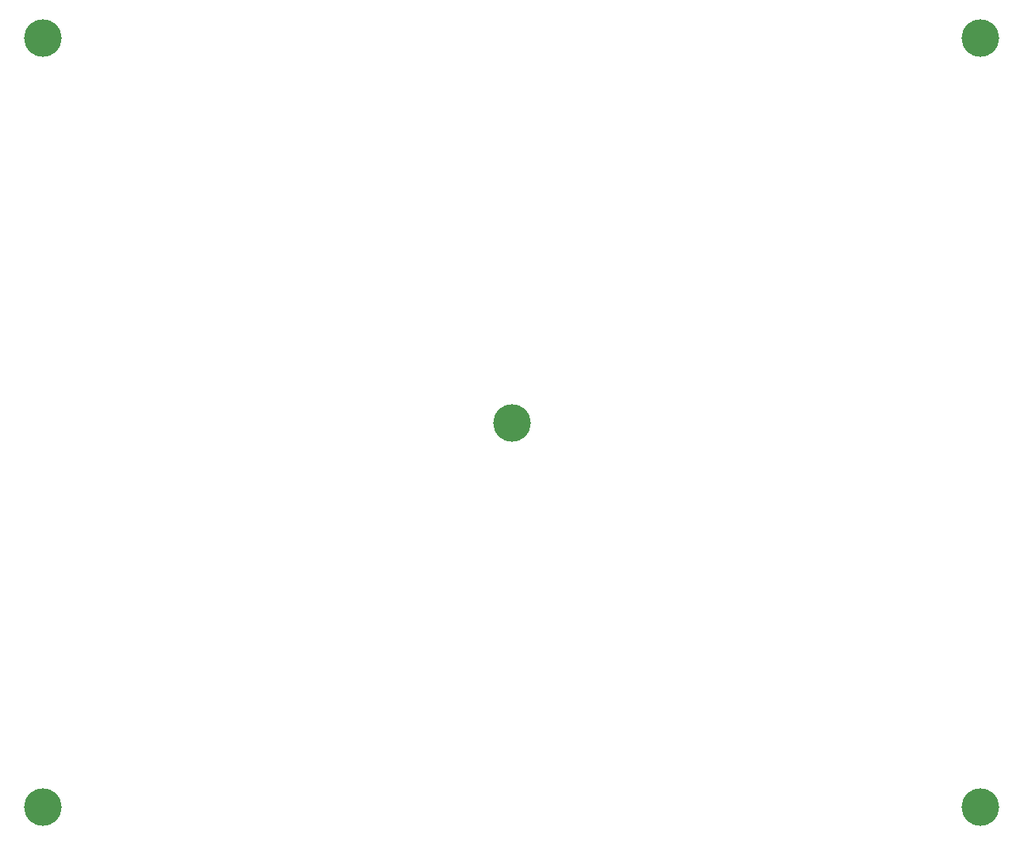
<source format=gbr>
%TF.GenerationSoftware,KiCad,Pcbnew,(5.1.9)-1*%
%TF.CreationDate,2021-05-21T21:10:51+09:00*%
%TF.ProjectId,topplate,746f7070-6c61-4746-952e-6b696361645f,1*%
%TF.SameCoordinates,Original*%
%TF.FileFunction,Copper,L2,Bot*%
%TF.FilePolarity,Positive*%
%FSLAX46Y46*%
G04 Gerber Fmt 4.6, Leading zero omitted, Abs format (unit mm)*
G04 Created by KiCad (PCBNEW (5.1.9)-1) date 2021-05-21 21:10:51*
%MOMM*%
%LPD*%
G01*
G04 APERTURE LIST*
%TA.AperFunction,ComponentPad*%
%ADD10C,4.000000*%
%TD*%
G04 APERTURE END LIST*
D10*
%TO.P,HOLE5,*%
%TO.N,GND*%
X150000000Y-100000000D03*
%TD*%
%TO.P,HOLE4,*%
%TO.N,GND*%
X200000000Y-141000000D03*
%TD*%
%TO.P,HOLE3,*%
%TO.N,GND*%
X100000000Y-141000000D03*
%TD*%
%TO.P,HOLE2,*%
%TO.N,GND*%
X200000000Y-59000000D03*
%TD*%
%TO.P,HOLE1,*%
%TO.N,GND*%
X100000000Y-59000000D03*
%TD*%
M02*

</source>
